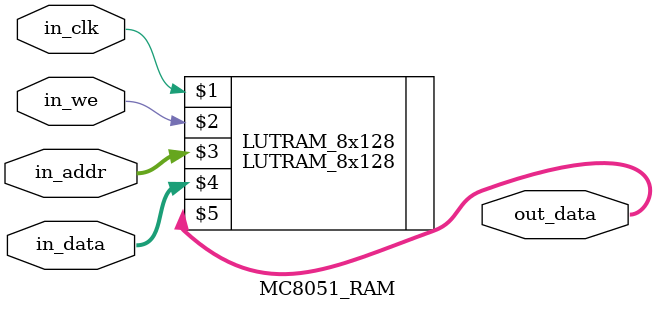
<source format=v>
module MC8051_RAM(in_clk, in_we, in_addr, in_data, out_data);
    
	input wire in_clk, in_we;
    input wire [6:0] in_addr;
	input wire [7:0] in_data;
    output wire [7:0] out_data;
	
	LUTRAM_8x128 LUTRAM_8x128(in_clk, in_we, in_addr, in_data, out_data);
	
endmodule

</source>
